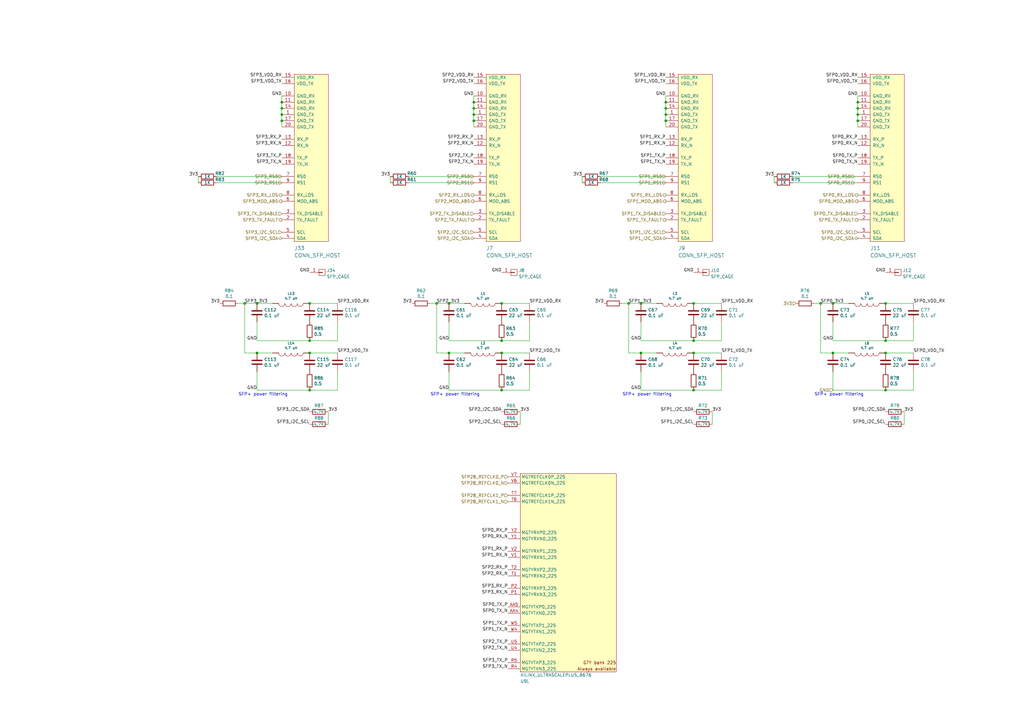
<source format=kicad_sch>
(kicad_sch (version 20211123) (generator eeschema)
  (paper "A3")
  (title_block (title "Kintex Ultrascale+ OshPark For The Lulz") (date "2024-01-31") (rev "0.1") (company "Antikernel Labs") (comment 1 "Andrew D. Zonenberg"))
  (junction (at 351.79 44.45))
  (junction (at 273.05 44.45))
  (junction (at 351.79 41.91))
  (junction (at 262.89 144.78))
  (junction (at 284.48 160.02))
  (junction (at 184.15 124.46))
  (junction (at 127 144.78))
  (junction (at 127 139.7))
  (junction (at 351.79 46.99))
  (junction (at 257.81 124.46))
  (junction (at 205.74 144.78))
  (junction (at 273.05 46.99))
  (junction (at 115.57 46.99))
  (junction (at 284.48 139.7))
  (junction (at 273.05 49.53))
  (junction (at 363.22 124.46))
  (junction (at 284.48 124.46))
  (junction (at 336.55 124.46))
  (junction (at 194.31 44.45))
  (junction (at 284.48 144.78))
  (junction (at 179.07 124.46))
  (junction (at 273.05 41.91))
  (junction (at 341.63 144.78))
  (junction (at 184.15 144.78))
  (junction (at 127 124.46))
  (junction (at 363.22 139.7))
  (junction (at 127 160.02))
  (junction (at 100.33 124.46))
  (junction (at 115.57 49.53))
  (junction (at 363.22 160.02))
  (junction (at 363.22 144.78))
  (junction (at 105.41 124.46))
  (junction (at 105.41 144.78))
  (junction (at 262.89 124.46))
  (junction (at 205.74 160.02))
  (junction (at 194.31 41.91))
  (junction (at 341.63 124.46))
  (junction (at 205.74 139.7))
  (junction (at 115.57 41.91))
  (junction (at 194.31 49.53))
  (junction (at 115.57 44.45))
  (junction (at 351.79 49.53))
  (junction (at 205.74 124.46))
  (junction (at 194.31 46.99))
  (wire (pts (xy 284.48 139.7) (xy 262.89 139.7)))
  (wire (pts (xy 273.05 49.53) (xy 273.05 52.07)))
  (wire (pts (xy 217.17 132.08) (xy 217.17 139.7)))
  (wire (pts (xy 273.05 46.99) (xy 273.05 49.53)))
  (wire (pts (xy 284.48 144.78) (xy 295.91 144.78)))
  (wire (pts (xy 284.48 160.02) (xy 262.89 160.02)))
  (wire (pts (xy 317.5 72.39) (xy 317.5 74.93)))
  (wire (pts (xy 325.12 72.39) (xy 351.79 72.39)))
  (wire (pts (xy 194.31 44.45) (xy 194.31 46.99)))
  (wire (pts (xy 257.81 144.78) (xy 262.89 144.78)))
  (wire (pts (xy 273.05 41.91) (xy 273.05 44.45)))
  (wire (pts (xy 179.07 144.78) (xy 184.15 144.78)))
  (wire (pts (xy 127 144.78) (xy 138.43 144.78)))
  (wire (pts (xy 217.17 160.02) (xy 205.74 160.02)))
  (wire (pts (xy 363.22 144.78) (xy 374.65 144.78)))
  (wire (pts (xy 115.57 44.45) (xy 115.57 46.99)))
  (wire (pts (xy 97.79 124.46) (xy 100.33 124.46)))
  (wire (pts (xy 88.9 72.39) (xy 115.57 72.39)))
  (wire (pts (xy 370.84 168.91) (xy 370.84 173.99)))
  (wire (pts (xy 374.65 152.4) (xy 374.65 160.02)))
  (wire (pts (xy 194.31 39.37) (xy 194.31 41.91)))
  (wire (pts (xy 246.38 72.39) (xy 273.05 72.39)))
  (wire (pts (xy 179.07 124.46) (xy 184.15 124.46)))
  (wire (pts (xy 115.57 46.99) (xy 115.57 49.53)))
  (wire (pts (xy 238.76 72.39) (xy 238.76 74.93)))
  (wire (pts (xy 341.63 139.7) (xy 341.63 132.08)))
  (wire (pts (xy 217.17 152.4) (xy 217.17 160.02)))
  (wire (pts (xy 351.79 44.45) (xy 351.79 46.99)))
  (wire (pts (xy 351.79 46.99) (xy 351.79 49.53)))
  (wire (pts (xy 341.63 160.02) (xy 341.63 152.4)))
  (wire (pts (xy 167.64 72.39) (xy 194.31 72.39)))
  (wire (pts (xy 127 124.46) (xy 138.43 124.46)))
  (wire (pts (xy 374.65 160.02) (xy 363.22 160.02)))
  (wire (pts (xy 336.55 124.46) (xy 336.55 144.78)))
  (wire (pts (xy 100.33 124.46) (xy 100.33 144.78)))
  (wire (pts (xy 262.89 139.7) (xy 262.89 132.08)))
  (wire (pts (xy 255.27 124.46) (xy 257.81 124.46)))
  (wire (pts (xy 205.74 144.78) (xy 217.17 144.78)))
  (wire (pts (xy 295.91 160.02) (xy 284.48 160.02)))
  (wire (pts (xy 262.89 144.78) (xy 269.24 144.78)))
  (wire (pts (xy 184.15 139.7) (xy 184.15 132.08)))
  (wire (pts (xy 115.57 39.37) (xy 115.57 41.91)))
  (wire (pts (xy 351.79 41.91) (xy 351.79 44.45)))
  (wire (pts (xy 81.28 72.39) (xy 81.28 74.93)))
  (wire (pts (xy 341.63 124.46) (xy 347.98 124.46)))
  (wire (pts (xy 115.57 41.91) (xy 115.57 44.45)))
  (wire (pts (xy 295.91 139.7) (xy 284.48 139.7)))
  (wire (pts (xy 374.65 132.08) (xy 374.65 139.7)))
  (wire (pts (xy 295.91 152.4) (xy 295.91 160.02)))
  (wire (pts (xy 246.38 74.93) (xy 273.05 74.93)))
  (wire (pts (xy 257.81 124.46) (xy 262.89 124.46)))
  (wire (pts (xy 292.1 168.91) (xy 292.1 173.99)))
  (wire (pts (xy 351.79 49.53) (xy 351.79 52.07)))
  (wire (pts (xy 262.89 124.46) (xy 269.24 124.46)))
  (wire (pts (xy 325.12 74.93) (xy 351.79 74.93)))
  (wire (pts (xy 262.89 160.02) (xy 262.89 152.4)))
  (wire (pts (xy 205.74 124.46) (xy 217.17 124.46)))
  (wire (pts (xy 194.31 46.99) (xy 194.31 49.53)))
  (wire (pts (xy 88.9 74.93) (xy 115.57 74.93)))
  (wire (pts (xy 336.55 124.46) (xy 341.63 124.46)))
  (wire (pts (xy 334.01 124.46) (xy 336.55 124.46)))
  (wire (pts (xy 127 160.02) (xy 105.41 160.02)))
  (wire (pts (xy 138.43 132.08) (xy 138.43 139.7)))
  (wire (pts (xy 134.62 168.91) (xy 134.62 173.99)))
  (wire (pts (xy 100.33 124.46) (xy 105.41 124.46)))
  (wire (pts (xy 351.79 39.37) (xy 351.79 41.91)))
  (wire (pts (xy 100.33 144.78) (xy 105.41 144.78)))
  (wire (pts (xy 213.36 168.91) (xy 213.36 173.99)))
  (wire (pts (xy 217.17 139.7) (xy 205.74 139.7)))
  (wire (pts (xy 160.02 72.39) (xy 160.02 74.93)))
  (wire (pts (xy 273.05 44.45) (xy 273.05 46.99)))
  (wire (pts (xy 105.41 160.02) (xy 105.41 152.4)))
  (wire (pts (xy 179.07 124.46) (xy 179.07 144.78)))
  (wire (pts (xy 127 139.7) (xy 105.41 139.7)))
  (wire (pts (xy 194.31 41.91) (xy 194.31 44.45)))
  (wire (pts (xy 363.22 160.02) (xy 341.63 160.02)))
  (wire (pts (xy 284.48 124.46) (xy 295.91 124.46)))
  (wire (pts (xy 138.43 160.02) (xy 127 160.02)))
  (wire (pts (xy 138.43 139.7) (xy 127 139.7)))
  (wire (pts (xy 374.65 139.7) (xy 363.22 139.7)))
  (wire (pts (xy 184.15 124.46) (xy 190.5 124.46)))
  (wire (pts (xy 205.74 139.7) (xy 184.15 139.7)))
  (wire (pts (xy 341.63 144.78) (xy 347.98 144.78)))
  (wire (pts (xy 205.74 160.02) (xy 184.15 160.02)))
  (wire (pts (xy 115.57 49.53) (xy 115.57 52.07)))
  (wire (pts (xy 363.22 139.7) (xy 341.63 139.7)))
  (wire (pts (xy 176.53 124.46) (xy 179.07 124.46)))
  (wire (pts (xy 105.41 124.46) (xy 111.76 124.46)))
  (wire (pts (xy 138.43 152.4) (xy 138.43 160.02)))
  (wire (pts (xy 194.31 49.53) (xy 194.31 52.07)))
  (wire (pts (xy 105.41 144.78) (xy 111.76 144.78)))
  (wire (pts (xy 184.15 144.78) (xy 190.5 144.78)))
  (wire (pts (xy 184.15 160.02) (xy 184.15 152.4)))
  (wire (pts (xy 257.81 124.46) (xy 257.81 144.78)))
  (wire (pts (xy 363.22 124.46) (xy 374.65 124.46)))
  (wire (pts (xy 167.64 74.93) (xy 194.31 74.93)))
  (wire (pts (xy 105.41 139.7) (xy 105.41 132.08)))
  (wire (pts (xy 295.91 132.08) (xy 295.91 139.7)))
  (wire (pts (xy 273.05 39.37) (xy 273.05 41.91)))
  (wire (pts (xy 336.55 144.78) (xy 341.63 144.78)))
  (text "SFP+ power filtering" (at 334.01 162.56 0) (effects (font (size 1.27 1.27)) (justify left bottom)))
  (text "SFP+ power filtering" (at 255.27 162.56 0) (effects (font (size 1.27 1.27)) (justify left bottom)))
  (text "SFP+ power filtering" (at 176.53 162.56 0) (effects (font (size 1.27 1.27)) (justify left bottom)))
  (text "SFP+ power filtering" (at 97.79 162.56 0) (effects (font (size 1.27 1.27)) (justify left bottom)))
  (label "SFP0_I2C_SCL" (at 363.22 173.99 180))
  (label "GND" (at 205.74 111.76 180))
  (label "SFP1_RX_N" (at 273.05 59.69 180))
  (label "3V3" (at 370.84 168.91 0))
  (label "GND" (at 127 111.76 180))
  (label "GND" (at 115.57 39.37 180))
  (label "3V3" (at 81.28 72.39 180))
  (label "SFP2_RX_P" (at 194.31 57.15 180))
  (label "SFP0_RX_N" (at 208.28 220.98 180))
  (label "SFP0_TX_P" (at 351.79 64.77 180))
  (label "SFP2_VDD_TX" (at 217.17 144.78 0))
  (label "3V3" (at 168.91 124.46 180))
  (label "SFP3_VDD_RX" (at 138.43 124.46 0))
  (label "SFP1_VDD_TX" (at 295.91 144.78 0))
  (label "SFP2_I2C_SCL" (at 205.74 173.99 180))
  (label "GND" (at 184.15 160.02 180))
  (label "SFP0_TX_N" (at 351.79 67.31 180))
  (label "GND" (at 262.89 139.7 180))
  (label "SFP1_I2C_SDA" (at 284.48 168.91 180))
  (label "SFP2_RX_N" (at 194.31 59.69 180))
  (label "SFP2_RX_N" (at 208.28 236.22 180))
  (label "3V3" (at 160.02 72.39 180))
  (label "SFP0_VDD_RX" (at 374.65 124.46 0))
  (label "3V3" (at 317.5 72.39 180))
  (label "GND" (at 105.41 139.7 180))
  (label "SFP2_TX_N" (at 194.31 67.31 180))
  (label "SFP3_RX_N" (at 208.28 243.84 180))
  (label "SFP2_3V3" (at 179.07 124.46 0))
  (label "SFP0_3V3" (at 336.55 124.46 0))
  (label "SFP3_TX_P" (at 115.57 64.77 180))
  (label "SFP1_RX_P" (at 208.28 226.06 180))
  (label "SFP0_RX_P" (at 208.28 218.44 180))
  (label "SFP2_VDD_TX" (at 194.31 34.29 180))
  (label "SFP1_RX_N" (at 208.28 228.6 180))
  (label "SFP1_TX_N" (at 208.28 259.08 180))
  (label "SFP1_VDD_RX" (at 273.05 31.75 180))
  (label "SFP1_RX_P" (at 273.05 57.15 180))
  (label "SFP3_TX_P" (at 208.28 271.78 180))
  (label "SFP2_TX_P" (at 194.31 64.77 180))
  (label "SFP3_VDD_RX" (at 115.57 31.75 180))
  (label "SFP3_TX_N" (at 208.28 274.32 180))
  (label "GND" (at 105.41 160.02 180))
  (label "SFP2_RX_P" (at 208.28 233.68 180))
  (label "SFP2_VDD_RX" (at 194.31 31.75 180))
  (label "SFP1_3V3" (at 257.81 124.46 0))
  (label "3V3" (at 134.62 168.91 0))
  (label "GND" (at 273.05 39.37 180))
  (label "SFP1_VDD_TX" (at 273.05 34.29 180))
  (label "SFP3_VDD_TX" (at 115.57 34.29 180))
  (label "SFP1_TX_N" (at 273.05 67.31 180))
  (label "SFP2_I2C_SDA" (at 205.74 168.91 180))
  (label "SFP2_TX_N" (at 208.28 266.7 180))
  (label "SFP3_RX_P" (at 208.28 241.3 180))
  (label "SFP1_VDD_RX" (at 295.91 124.46 0))
  (label "SFP2_VDD_RX" (at 217.17 124.46 0))
  (label "3V3" (at 90.17 124.46 180))
  (label "GND" (at 363.22 111.76 180))
  (label "GND" (at 262.89 160.02 180))
  (label "3V3" (at 238.76 72.39 180))
  (label "GND" (at 284.48 111.76 180))
  (label "SFP1_I2C_SCL" (at 284.48 173.99 180))
  (label "SFP3_TX_N" (at 115.57 67.31 180))
  (label "3V3" (at 213.36 168.91 0))
  (label "SFP0_VDD_RX" (at 351.79 31.75 180))
  (label "SFP3_I2C_SCL" (at 127 173.99 180))
  (label "GND" (at 194.31 39.37 180))
  (label "SFP0_TX_P" (at 208.28 248.92 180))
  (label "SFP0_RX_P" (at 351.79 57.15 180))
  (label "SFP1_TX_P" (at 273.05 64.77 180))
  (label "SFP0_RX_N" (at 351.79 59.69 180))
  (label "SFP0_I2C_SDA" (at 363.22 168.91 180))
  (label "SFP3_I2C_SDA" (at 127 168.91 180))
  (label "GND" (at 351.79 39.37 180))
  (label "3V3" (at 292.1 168.91 0))
  (label "SFP1_TX_P" (at 208.28 256.54 180))
  (label "SFP0_VDD_TX" (at 351.79 34.29 180))
  (label "SFP2_TX_P" (at 208.28 264.16 180))
  (label "GND" (at 184.15 139.7 180))
  (label "SFP3_RX_P" (at 115.57 57.15 180))
  (label "SFP3_3V3" (at 100.33 124.46 0))
  (label "SFP3_RX_N" (at 115.57 59.69 180))
  (label "SFP0_TX_N" (at 208.28 251.46 180))
  (label "SFP0_VDD_TX" (at 374.65 144.78 0))
  (label "3V3" (at 247.65 124.46 180))
  (label "SFP3_VDD_TX" (at 138.43 144.78 0))
  (label "GND" (at 341.63 139.7 180))
  (hierarchical_label "SFP0_TX_DISABLE" (shape input) (at 351.79 87.63 180))
  (hierarchical_label "SFP0_RX_LOS" (shape output) (at 351.79 80.01 180))
  (hierarchical_label "SFP3_TX_FAULT" (shape output) (at 115.57 90.17 180))
  (hierarchical_label "SFP1_TX_FAULT" (shape output) (at 273.05 90.17 180))
  (hierarchical_label "GND" (shape input) (at 341.63 160.02 180))
  (hierarchical_label "SFP3_RX_LOS" (shape output) (at 115.57 80.01 180))
  (hierarchical_label "SFP28_REFCLK1_P" (shape input) (at 208.28 203.2 180))
  (hierarchical_label "SFP3_RS1" (shape input) (at 115.57 74.93 180))
  (hierarchical_label "SFP0_RS0" (shape input) (at 350.52 72.39 180))
  (hierarchical_label "SFP2_I2C_SDA" (shape bidirectional) (at 194.31 97.79 180))
  (hierarchical_label "SFP2_RS1" (shape input) (at 194.31 74.93 180))
  (hierarchical_label "3V3" (shape input) (at 326.39 124.46 180))
  (hierarchical_label "SFP0_TX_FAULT" (shape output) (at 351.79 90.17 180))
  (hierarchical_label "SFP2_RS0" (shape input) (at 194.31 72.39 180))
  (hierarchical_label "SFP1_I2C_SCL" (shape input) (at 273.05 95.25 180))
  (hierarchical_label "SFP2_I2C_SCL" (shape input) (at 194.31 95.25 180))
  (hierarchical_label "SFP1_I2C_SDA" (shape bidirectional) (at 273.05 97.79 180))
  (hierarchical_label "SFP3_TX_DISABLE" (shape input) (at 115.57 87.63 180))
  (hierarchical_label "SFP28_REFCLK1_N" (shape input) (at 208.28 205.74 180))
  (hierarchical_label "SFP2_RX_LOS" (shape output) (at 194.31 80.01 180))
  (hierarchical_label "SFP1_RS1" (shape input) (at 273.05 74.93 180))
  (hierarchical_label "SFP3_RS0" (shape input) (at 115.57 72.39 180))
  (hierarchical_label "SFP0_RS1" (shape input) (at 350.52 74.93 180))
  (hierarchical_label "SFP1_MOD_ABS" (shape output) (at 273.05 82.55 180))
  (hierarchical_label "SFP0_I2C_SDA" (shape bidirectional) (at 351.79 97.79 180))
  (hierarchical_label "SFP2_TX_FAULT" (shape output) (at 194.31 90.17 180))
  (hierarchical_label "SFP0_I2C_SCL" (shape input) (at 351.79 95.25 180))
  (hierarchical_label "SFP3_I2C_SDA" (shape bidirectional) (at 115.57 97.79 180))
  (hierarchical_label "SFP2_TX_DISABLE" (shape input) (at 194.31 87.63 180))
  (hierarchical_label "SFP3_MOD_ABS" (shape output) (at 115.57 82.55 180))
  (hierarchical_label "SFP2_MOD_ABS" (shape output) (at 194.31 82.55 180))
  (hierarchical_label "SFP3_I2C_SCL" (shape input) (at 115.57 95.25 180))
  (hierarchical_label "SFP1_RX_LOS" (shape output) (at 273.05 80.01 180))
  (hierarchical_label "SFP28_REFCLK0_P" (shape input) (at 208.28 195.58 180))
  (hierarchical_label "SFP0_MOD_ABS" (shape output) (at 351.79 82.55 180))
  (hierarchical_label "SFP1_RS0" (shape input) (at 273.05 72.39 180))
  (hierarchical_label "SFP28_REFCLK0_N" (shape input) (at 208.28 198.12 180))
  (hierarchical_label "SFP1_TX_DISABLE" (shape input) (at 273.05 87.63 180))
  (symbol (lib_id "device:R") (at 284.48 156.21 180) (unit 1)
    (property "Reference" "R71" (at 286.258 155.0416 0) (effects (justify right)))
    (property "Value" "0.5" (at 286.258 157.353 0) (effects (justify right)))
    (property "Footprint" "azonenberg_pcb:EIA_0402_RES_NOSILK" (effects hide))
  )
  (symbol (lib_id "device:R") (at 127 135.89 180) (unit 1)
    (property "Reference" "R85" (at 128.778 134.7216 0) (effects (justify right)))
    (property "Value" "0.5" (at 128.778 137.033 0) (effects (justify right)))
    (property "Footprint" "azonenberg_pcb:EIA_0402_RES_NOSILK" (effects hide))
  )
  (symbol (lib_id "device:C") (at 127 148.59 0) (unit 1)
    (property "Reference" "C115" (at 129.921 147.4216 0) (effects (justify left)))
    (property "Value" "22 uF" (at 129.921 149.733 0) (effects (justify left)))
    (property "Footprint" "azonenberg_pcb:EIA_0805_CAP_NOSILK" (effects hide))
  )
  (symbol (lib_id "device:R") (at 85.09 72.39 90) (unit 1)
    (property "Reference" "R82" (at 90.17 71.12 90))
    (property "Value" "1K" (at 85.09 72.39 90))
    (property "Footprint" "azonenberg_pcb:EIA_0402_RES_NOSILK" (effects hide))
  )
  (symbol (lib_id "device:R") (at 163.83 74.93 90) (unit 1)
    (property "Reference" "R61" (at 168.91 73.66 90))
    (property "Value" "1K" (at 163.83 74.93 90))
    (property "Footprint" "azonenberg_pcb:EIA_0402_RES_NOSILK" (effects hide))
  )
  (symbol (lib_id "device:C") (at 205.74 148.59 0) (unit 1)
    (property "Reference" "C64" (at 208.661 147.4216 0) (effects (justify left)))
    (property "Value" "22 uF" (at 208.661 149.733 0) (effects (justify left)))
    (property "Footprint" "azonenberg_pcb:EIA_0805_CAP_NOSILK" (effects hide))
  )
  (symbol (lib_id "device:C") (at 295.91 128.27 0) (unit 1)
    (property "Reference" "C71" (at 298.831 127.1016 0) (effects (justify left)))
    (property "Value" "0.1 uF" (at 298.831 129.413 0) (effects (justify left)))
    (property "Footprint" "azonenberg_pcb:EIA_0402_CAP_NOSILK" (effects hide))
  )
  (symbol (lib_id "passive-azonenberg:INDUCTOR_PWROUT") (at 198.12 124.46 270) (unit 1)
    (property "Reference" "L1" (at 198.12 120.4468 90) (effects (font (size 1.016 1.016))))
    (property "Value" "4.7 uH" (at 198.12 122.3772 90) (effects (font (size 1.016 1.016))))
    (property "Footprint" "azonenberg_pcb:EIA_0805_INDUCTOR_NOSILK" (effects hide))
  )
  (symbol (lib_id "device:C") (at 374.65 128.27 0) (unit 1)
    (property "Reference" "C77" (at 377.571 127.1016 0) (effects (justify left)))
    (property "Value" "0.1 uF" (at 377.571 129.413 0) (effects (justify left)))
    (property "Footprint" "azonenberg_pcb:EIA_0402_CAP_NOSILK" (effects hide))
  )
  (symbol (lib_id "passive-azonenberg:INDUCTOR_PWROUT") (at 355.6 144.78 270) (unit 1)
    (property "Reference" "L6" (at 355.6 140.7668 90) (effects (font (size 1.016 1.016))))
    (property "Value" "4.7 uH" (at 355.6 142.6972 90) (effects (font (size 1.016 1.016))))
    (property "Footprint" "azonenberg_pcb:EIA_0805_INDUCTOR_NOSILK" (effects hide))
  )
  (symbol (lib_id "device:C") (at 184.15 148.59 0) (unit 1)
    (property "Reference" "C62" (at 187.071 147.4216 0) (effects (justify left)))
    (property "Value" "0.1 uF" (at 187.071 149.733 0) (effects (justify left)))
    (property "Footprint" "azonenberg_pcb:EIA_0402_CAP_NOSILK" (effects hide))
  )
  (symbol (lib_id "device:R") (at 205.74 156.21 180) (unit 1)
    (property "Reference" "R64" (at 207.518 155.0416 0) (effects (justify right)))
    (property "Value" "0.5" (at 207.518 157.353 0) (effects (justify right)))
    (property "Footprint" "azonenberg_pcb:EIA_0402_RES_NOSILK" (effects hide))
  )
  (symbol (lib_id "device:C") (at 374.65 148.59 0) (unit 1)
    (property "Reference" "C78" (at 377.571 147.4216 0) (effects (justify left)))
    (property "Value" "0.1 uF" (at 377.571 149.733 0) (effects (justify left)))
    (property "Footprint" "azonenberg_pcb:EIA_0402_CAP_NOSILK" (effects hide))
  )
  (symbol (lib_id "passive-azonenberg:INDUCTOR_PWROUT") (at 276.86 144.78 270) (unit 1)
    (property "Reference" "L4" (at 276.86 140.7668 90) (effects (font (size 1.016 1.016))))
    (property "Value" "4.7 uH" (at 276.86 142.6972 90) (effects (font (size 1.016 1.016))))
    (property "Footprint" "azonenberg_pcb:EIA_0805_INDUCTOR_NOSILK" (effects hide))
  )
  (symbol (lib_id "device:C") (at 184.15 128.27 0) (unit 1)
    (property "Reference" "C61" (at 187.071 127.1016 0) (effects (justify left)))
    (property "Value" "0.1 uF" (at 187.071 129.413 0) (effects (justify left)))
    (property "Footprint" "azonenberg_pcb:EIA_0402_CAP_NOSILK" (effects hide))
  )
  (symbol (lib_id "special-azonenberg:CONN_SFP_HOST") (at 199.39 99.06 0) (unit 1)
    (property "Reference" "J7" (at 199.39 101.7816 0) (effects (font (size 1.524 1.524)) (justify left)))
    (property "Value" "CONN_SFP_HOST" (at 199.39 104.775 0) (effects (font (size 1.524 1.524)) (justify left)))
    (property "Footprint" "azonenberg_pcb:CONN_SFP+_AMPHENOL_UE76_A10_2000T" (effects hide))
  )
  (symbol (lib_id "device:C") (at 217.17 128.27 0) (unit 1)
    (property "Reference" "C65" (at 220.091 127.1016 0) (effects (justify left)))
    (property "Value" "0.1 uF" (at 220.091 129.413 0) (effects (justify left)))
    (property "Footprint" "azonenberg_pcb:EIA_0402_CAP_NOSILK" (effects hide))
  )
  (symbol (lib_id "passive-azonenberg:INDUCTOR_PWROUT") (at 119.38 144.78 270) (unit 1)
    (property "Reference" "L14" (at 119.38 140.7668 90) (effects (font (size 1.016 1.016))))
    (property "Value" "4.7 uH" (at 119.38 142.6972 90) (effects (font (size 1.016 1.016))))
    (property "Footprint" "azonenberg_pcb:EIA_0805_INDUCTOR_NOSILK" (effects hide))
  )
  (symbol (lib_id "passive-azonenberg:INDUCTOR_PWROUT") (at 198.12 144.78 270) (unit 1)
    (property "Reference" "L2" (at 198.12 140.7668 90) (effects (font (size 1.016 1.016))))
    (property "Value" "4.7 uH" (at 198.12 142.6972 90) (effects (font (size 1.016 1.016))))
    (property "Footprint" "azonenberg_pcb:EIA_0805_INDUCTOR_NOSILK" (effects hide))
  )
  (symbol (lib_id "device:R") (at 367.03 168.91 90) (unit 1)
    (property "Reference" "R79" (at 367.03 166.37 90))
    (property "Value" "4.7K" (at 367.03 168.91 90))
    (property "Footprint" "azonenberg_pcb:EIA_0402_RES_NOSILK" (effects hide))
  )
  (symbol (lib_id "device:R") (at 321.31 74.93 90) (unit 1)
    (property "Reference" "R75" (at 326.39 73.66 90))
    (property "Value" "1K" (at 321.31 74.93 90))
    (property "Footprint" "azonenberg_pcb:EIA_0402_RES_NOSILK" (effects hide))
  )
  (symbol (lib_id "device:C") (at 341.63 148.59 0) (unit 1)
    (property "Reference" "C74" (at 344.551 147.4216 0) (effects (justify left)))
    (property "Value" "0.1 uF" (at 344.551 149.733 0) (effects (justify left)))
    (property "Footprint" "azonenberg_pcb:EIA_0402_CAP_NOSILK" (effects hide))
  )
  (symbol (lib_id "device:C") (at 295.91 148.59 0) (unit 1)
    (property "Reference" "C72" (at 298.831 147.4216 0) (effects (justify left)))
    (property "Value" "0.1 uF" (at 298.831 149.733 0) (effects (justify left)))
    (property "Footprint" "azonenberg_pcb:EIA_0402_CAP_NOSILK" (effects hide))
  )
  (symbol (lib_id "device:C") (at 138.43 128.27 0) (unit 1)
    (property "Reference" "C116" (at 141.351 127.1016 0) (effects (justify left)))
    (property "Value" "0.1 uF" (at 141.351 129.413 0) (effects (justify left)))
    (property "Footprint" "azonenberg_pcb:EIA_0402_CAP_NOSILK" (effects hide))
  )
  (symbol (lib_id "device:R") (at 242.57 72.39 90) (unit 1)
    (property "Reference" "R67" (at 247.65 71.12 90))
    (property "Value" "1K" (at 242.57 72.39 90))
    (property "Footprint" "azonenberg_pcb:EIA_0402_RES_NOSILK" (effects hide))
  )
  (symbol (lib_id "conn:CONN_01X01") (at 132.08 111.76 0) (unit 1)
    (property "Reference" "J34" (at 133.985 110.9253 0) (effects (justify left)))
    (property "Value" "SFP_CAGE" (at 133.985 113.4622 0) (effects (justify left)))
    (property "Footprint" "azonenberg_pcb:CONN_SFP_CAGE_TE_2007194-1" (effects hide))
  )
  (symbol (lib_id "special-azonenberg:CONN_SFP_HOST") (at 120.65 99.06 0) (unit 1)
    (property "Reference" "J33" (at 120.65 101.7816 0) (effects (font (size 1.524 1.524)) (justify left)))
    (property "Value" "CONN_SFP_HOST" (at 120.65 104.775 0) (effects (font (size 1.524 1.524)) (justify left)))
    (property "Footprint" "azonenberg_pcb:CONN_SFP+_AMPHENOL_UE76_A10_2000T" (effects hide))
  )
  (symbol (lib_id "device:C") (at 217.17 148.59 0) (unit 1)
    (property "Reference" "C66" (at 220.091 147.4216 0) (effects (justify left)))
    (property "Value" "0.1 uF" (at 220.091 149.733 0) (effects (justify left)))
    (property "Footprint" "azonenberg_pcb:EIA_0402_CAP_NOSILK" (effects hide))
  )
  (symbol (lib_id "special-azonenberg:CONN_SFP_HOST") (at 278.13 99.06 0) (unit 1)
    (property "Reference" "J9" (at 278.13 101.7816 0) (effects (font (size 1.524 1.524)) (justify left)))
    (property "Value" "CONN_SFP_HOST" (at 278.13 104.775 0) (effects (font (size 1.524 1.524)) (justify left)))
    (property "Footprint" "azonenberg_pcb:CONN_SFP+_AMPHENOL_UE76_A10_2000T" (effects hide))
  )
  (symbol (lib_id "conn:CONN_01X01") (at 289.56 111.76 0) (unit 1)
    (property "Reference" "J10" (at 291.465 110.9253 0) (effects (justify left)))
    (property "Value" "SFP_CAGE" (at 291.465 113.4622 0) (effects (justify left)))
    (property "Footprint" "azonenberg_pcb:CONN_SFP_CAGE_TE_2007194-1" (effects hide))
  )
  (symbol (lib_id "device:C") (at 205.74 128.27 0) (unit 1)
    (property "Reference" "C63" (at 208.661 127.1016 0) (effects (justify left)))
    (property "Value" "22 uF" (at 208.661 129.413 0) (effects (justify left)))
    (property "Footprint" "azonenberg_pcb:EIA_0805_CAP_NOSILK" (effects hide))
  )
  (symbol (lib_id "device:R") (at 205.74 135.89 180) (unit 1)
    (property "Reference" "R63" (at 207.518 134.7216 0) (effects (justify right)))
    (property "Value" "0.5" (at 207.518 137.033 0) (effects (justify right)))
    (property "Footprint" "azonenberg_pcb:EIA_0402_RES_NOSILK" (effects hide))
  )
  (symbol (lib_id "device:R") (at 172.72 124.46 270) (unit 1)
    (property "Reference" "R62" (at 172.72 119.2022 90))
    (property "Value" "0.1" (at 172.72 121.5136 90))
    (property "Footprint" "azonenberg_pcb:EIA_0402_RES_NOSILK" (effects hide))
  )
  (symbol (lib_id "device:C") (at 262.89 128.27 0) (unit 1)
    (property "Reference" "C67" (at 265.811 127.1016 0) (effects (justify left)))
    (property "Value" "0.1 uF" (at 265.811 129.413 0) (effects (justify left)))
    (property "Footprint" "azonenberg_pcb:EIA_0402_CAP_NOSILK" (effects hide))
  )
  (symbol (lib_id "device:R") (at 363.22 135.89 180) (unit 1)
    (property "Reference" "R77" (at 364.998 134.7216 0) (effects (justify right)))
    (property "Value" "0.5" (at 364.998 137.033 0) (effects (justify right)))
    (property "Footprint" "azonenberg_pcb:EIA_0402_RES_NOSILK" (effects hide))
  )
  (symbol (lib_id "xilinx-azonenberg:XILINX_ULTRASCALEPLUS_B676") (at 213.36 275.59 0) (unit 12)
    (property "Reference" "U9" (at 213.36 279.4 0) (effects (justify left)))
    (property "Value" "XILINX_ULTRASCALEPLUS_B676" (at 213.36 276.86 0) (effects (justify left)))
    (property "Footprint" "azonenberg_pcb:BGA_676_27x27_FULLARRAY_1MM_FFG676" (effects hide))
  )
  (symbol (lib_id "device:C") (at 284.48 128.27 0) (unit 1)
    (property "Reference" "C69" (at 287.401 127.1016 0) (effects (justify left)))
    (property "Value" "22 uF" (at 287.401 129.413 0) (effects (justify left)))
    (property "Footprint" "azonenberg_pcb:EIA_0805_CAP_NOSILK" (effects hide))
  )
  (symbol (lib_id "device:R") (at 284.48 135.89 180) (unit 1)
    (property "Reference" "R70" (at 286.258 134.7216 0) (effects (justify right)))
    (property "Value" "0.5" (at 286.258 137.033 0) (effects (justify right)))
    (property "Footprint" "azonenberg_pcb:EIA_0402_RES_NOSILK" (effects hide))
  )
  (symbol (lib_id "device:R") (at 127 156.21 180) (unit 1)
    (property "Reference" "R86" (at 128.778 155.0416 0) (effects (justify right)))
    (property "Value" "0.5" (at 128.778 157.353 0) (effects (justify right)))
    (property "Footprint" "azonenberg_pcb:EIA_0402_RES_NOSILK" (effects hide))
  )
  (symbol (lib_id "device:R") (at 363.22 156.21 180) (unit 1)
    (property "Reference" "R78" (at 364.998 155.0416 0) (effects (justify right)))
    (property "Value" "0.5" (at 364.998 157.353 0) (effects (justify right)))
    (property "Footprint" "azonenberg_pcb:EIA_0402_RES_NOSILK" (effects hide))
  )
  (symbol (lib_id "device:R") (at 288.29 168.91 90) (unit 1)
    (property "Reference" "R72" (at 288.29 166.37 90))
    (property "Value" "4.7K" (at 288.29 168.91 90))
    (property "Footprint" "azonenberg_pcb:EIA_0402_RES_NOSILK" (effects hide))
  )
  (symbol (lib_id "device:C") (at 127 128.27 0) (unit 1)
    (property "Reference" "C114" (at 129.921 127.1016 0) (effects (justify left)))
    (property "Value" "22 uF" (at 129.921 129.413 0) (effects (justify left)))
    (property "Footprint" "azonenberg_pcb:EIA_0805_CAP_NOSILK" (effects hide))
  )
  (symbol (lib_id "device:C") (at 341.63 128.27 0) (unit 1)
    (property "Reference" "C73" (at 344.551 127.1016 0) (effects (justify left)))
    (property "Value" "0.1 uF" (at 344.551 129.413 0) (effects (justify left)))
    (property "Footprint" "azonenberg_pcb:EIA_0402_CAP_NOSILK" (effects hide))
  )
  (symbol (lib_id "passive-azonenberg:INDUCTOR_PWROUT") (at 119.38 124.46 270) (unit 1)
    (property "Reference" "L13" (at 119.38 120.4468 90) (effects (font (size 1.016 1.016))))
    (property "Value" "4.7 uH" (at 119.38 122.3772 90) (effects (font (size 1.016 1.016))))
    (property "Footprint" "azonenberg_pcb:EIA_0805_INDUCTOR_NOSILK" (effects hide))
  )
  (symbol (lib_id "device:R") (at 367.03 173.99 90) (unit 1)
    (property "Reference" "R80" (at 367.03 171.45 90))
    (property "Value" "4.7K" (at 367.03 173.99 90))
    (property "Footprint" "azonenberg_pcb:EIA_0402_RES_NOSILK" (effects hide))
  )
  (symbol (lib_id "device:R") (at 85.09 74.93 90) (unit 1)
    (property "Reference" "R83" (at 90.17 73.66 90))
    (property "Value" "1K" (at 85.09 74.93 90))
    (property "Footprint" "azonenberg_pcb:EIA_0402_RES_NOSILK" (effects hide))
  )
  (symbol (lib_id "device:R") (at 130.81 168.91 90) (unit 1)
    (property "Reference" "R87" (at 130.81 166.37 90))
    (property "Value" "4.7K" (at 130.81 168.91 90))
    (property "Footprint" "azonenberg_pcb:EIA_0402_RES_NOSILK" (effects hide))
  )
  (symbol (lib_id "device:R") (at 330.2 124.46 270) (unit 1)
    (property "Reference" "R76" (at 330.2 119.2022 90))
    (property "Value" "0.1" (at 330.2 121.5136 90))
    (property "Footprint" "azonenberg_pcb:EIA_0402_RES_NOSILK" (effects hide))
  )
  (symbol (lib_id "device:R") (at 209.55 168.91 90) (unit 1)
    (property "Reference" "R65" (at 209.55 166.37 90))
    (property "Value" "4.7K" (at 209.55 168.91 90))
    (property "Footprint" "azonenberg_pcb:EIA_0402_RES_NOSILK" (effects hide))
  )
  (symbol (lib_id "conn:CONN_01X01") (at 368.3 111.76 0) (unit 1)
    (property "Reference" "J12" (at 370.205 110.9253 0) (effects (justify left)))
    (property "Value" "SFP_CAGE" (at 370.205 113.4622 0) (effects (justify left)))
    (property "Footprint" "azonenberg_pcb:CONN_SFP_CAGE_TE_2007194-1" (effects hide))
  )
  (symbol (lib_id "device:R") (at 209.55 173.99 90) (unit 1)
    (property "Reference" "R66" (at 209.55 171.45 90))
    (property "Value" "4.7K" (at 209.55 173.99 90))
    (property "Footprint" "azonenberg_pcb:EIA_0402_RES_NOSILK" (effects hide))
  )
  (symbol (lib_id "device:C") (at 105.41 128.27 0) (unit 1)
    (property "Reference" "C112" (at 108.331 127.1016 0) (effects (justify left)))
    (property "Value" "0.1 uF" (at 108.331 129.413 0) (effects (justify left)))
    (property "Footprint" "azonenberg_pcb:EIA_0402_CAP_NOSILK" (effects hide))
  )
  (symbol (lib_id "device:C") (at 284.48 148.59 0) (unit 1)
    (property "Reference" "C70" (at 287.401 147.4216 0) (effects (justify left)))
    (property "Value" "22 uF" (at 287.401 149.733 0) (effects (justify left)))
    (property "Footprint" "azonenberg_pcb:EIA_0805_CAP_NOSILK" (effects hide))
  )
  (symbol (lib_id "passive-azonenberg:INDUCTOR_PWROUT") (at 355.6 124.46 270) (unit 1)
    (property "Reference" "L5" (at 355.6 120.4468 90) (effects (font (size 1.016 1.016))))
    (property "Value" "4.7 uH" (at 355.6 122.3772 90) (effects (font (size 1.016 1.016))))
    (property "Footprint" "azonenberg_pcb:EIA_0805_INDUCTOR_NOSILK" (effects hide))
  )
  (symbol (lib_id "device:R") (at 93.98 124.46 270) (unit 1)
    (property "Reference" "R84" (at 93.98 119.2022 90))
    (property "Value" "0.1" (at 93.98 121.5136 90))
    (property "Footprint" "azonenberg_pcb:EIA_0402_RES_NOSILK" (effects hide))
  )
  (symbol (lib_id "device:C") (at 138.43 148.59 0) (unit 1)
    (property "Reference" "C117" (at 141.351 147.4216 0) (effects (justify left)))
    (property "Value" "0.1 uF" (at 141.351 149.733 0) (effects (justify left)))
    (property "Footprint" "azonenberg_pcb:EIA_0402_CAP_NOSILK" (effects hide))
  )
  (symbol (lib_id "special-azonenberg:CONN_SFP_HOST") (at 356.87 99.06 0) (unit 1)
    (property "Reference" "J11" (at 356.87 101.7816 0) (effects (font (size 1.524 1.524)) (justify left)))
    (property "Value" "CONN_SFP_HOST" (at 356.87 104.775 0) (effects (font (size 1.524 1.524)) (justify left)))
    (property "Footprint" "azonenberg_pcb:CONN_SFP+_AMPHENOL_UE76_A10_2000T" (effects hide))
  )
  (symbol (lib_id "device:R") (at 321.31 72.39 90) (unit 1)
    (property "Reference" "R74" (at 326.39 71.12 90))
    (property "Value" "1K" (at 321.31 72.39 90))
    (property "Footprint" "azonenberg_pcb:EIA_0402_RES_NOSILK" (effects hide))
  )
  (symbol (lib_id "conn:CONN_01X01") (at 210.82 111.76 0) (unit 1)
    (property "Reference" "J8" (at 212.725 110.9253 0) (effects (justify left)))
    (property "Value" "SFP_CAGE" (at 212.725 113.4622 0) (effects (justify left)))
    (property "Footprint" "azonenberg_pcb:CONN_SFP_CAGE_TE_2007194-1" (effects hide))
  )
  (symbol (lib_id "device:R") (at 163.83 72.39 90) (unit 1)
    (property "Reference" "R60" (at 168.91 71.12 90))
    (property "Value" "1K" (at 163.83 72.39 90))
    (property "Footprint" "azonenberg_pcb:EIA_0402_RES_NOSILK" (effects hide))
  )
  (symbol (lib_id "device:R") (at 288.29 173.99 90) (unit 1)
    (property "Reference" "R73" (at 288.29 171.45 90))
    (property "Value" "4.7K" (at 288.29 173.99 90))
    (property "Footprint" "azonenberg_pcb:EIA_0402_RES_NOSILK" (effects hide))
  )
  (symbol (lib_id "device:C") (at 363.22 148.59 0) (unit 1)
    (property "Reference" "C76" (at 366.141 147.4216 0) (effects (justify left)))
    (property "Value" "22 uF" (at 366.141 149.733 0) (effects (justify left)))
    (property "Footprint" "azonenberg_pcb:EIA_0805_CAP_NOSILK" (effects hide))
  )
  (symbol (lib_id "device:C") (at 262.89 148.59 0) (unit 1)
    (property "Reference" "C68" (at 265.811 147.4216 0) (effects (justify left)))
    (property "Value" "0.1 uF" (at 265.811 149.733 0) (effects (justify left)))
    (property "Footprint" "azonenberg_pcb:EIA_0402_CAP_NOSILK" (effects hide))
  )
  (symbol (lib_id "device:R") (at 242.57 74.93 90) (unit 1)
    (property "Reference" "R68" (at 247.65 73.66 90))
    (property "Value" "1K" (at 242.57 74.93 90))
    (property "Footprint" "azonenberg_pcb:EIA_0402_RES_NOSILK" (effects hide))
  )
  (symbol (lib_id "device:C") (at 105.41 148.59 0) (unit 1)
    (property "Reference" "C113" (at 108.331 147.4216 0) (effects (justify left)))
    (property "Value" "0.1 uF" (at 108.331 149.733 0) (effects (justify left)))
    (property "Footprint" "azonenberg_pcb:EIA_0402_CAP_NOSILK" (effects hide))
  )
  (symbol (lib_id "passive-azonenberg:INDUCTOR_PWROUT") (at 276.86 124.46 270) (unit 1)
    (property "Reference" "L3" (at 276.86 120.4468 90) (effects (font (size 1.016 1.016))))
    (property "Value" "4.7 uH" (at 276.86 122.3772 90) (effects (font (size 1.016 1.016))))
    (property "Footprint" "azonenberg_pcb:EIA_0805_INDUCTOR_NOSILK" (effects hide))
  )
  (symbol (lib_id "device:C") (at 363.22 128.27 0) (unit 1)
    (property "Reference" "C75" (at 366.141 127.1016 0) (effects (justify left)))
    (property "Value" "22 uF" (at 366.141 129.413 0) (effects (justify left)))
    (property "Footprint" "azonenberg_pcb:EIA_0805_CAP_NOSILK" (effects hide))
  )
  (symbol (lib_id "device:R") (at 251.46 124.46 270) (unit 1)
    (property "Reference" "R69" (at 251.46 119.2022 90))
    (property "Value" "0.1" (at 251.46 121.5136 90))
    (property "Footprint" "azonenberg_pcb:EIA_0402_RES_NOSILK" (effects hide))
  )
  (symbol (lib_id "device:R") (at 130.81 173.99 90) (unit 1)
    (property "Reference" "R88" (at 130.81 171.45 90))
    (property "Value" "4.7K" (at 130.81 173.99 90))
    (property "Footprint" "azonenberg_pcb:EIA_0402_RES_NOSILK" (effects hide))
  )
)
</source>
